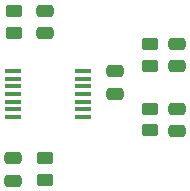
<source format=gtp>
%TF.GenerationSoftware,KiCad,Pcbnew,8.0.7*%
%TF.CreationDate,2025-01-10T21:46:07+02:00*%
%TF.ProjectId,W65C816 Latch,57363543-3831-4362-904c-617463682e6b,V1*%
%TF.SameCoordinates,Original*%
%TF.FileFunction,Paste,Top*%
%TF.FilePolarity,Positive*%
%FSLAX46Y46*%
G04 Gerber Fmt 4.6, Leading zero omitted, Abs format (unit mm)*
G04 Created by KiCad (PCBNEW 8.0.7) date 2025-01-10 21:46:07*
%MOMM*%
%LPD*%
G01*
G04 APERTURE LIST*
G04 Aperture macros list*
%AMRoundRect*
0 Rectangle with rounded corners*
0 $1 Rounding radius*
0 $2 $3 $4 $5 $6 $7 $8 $9 X,Y pos of 4 corners*
0 Add a 4 corners polygon primitive as box body*
4,1,4,$2,$3,$4,$5,$6,$7,$8,$9,$2,$3,0*
0 Add four circle primitives for the rounded corners*
1,1,$1+$1,$2,$3*
1,1,$1+$1,$4,$5*
1,1,$1+$1,$6,$7*
1,1,$1+$1,$8,$9*
0 Add four rect primitives between the rounded corners*
20,1,$1+$1,$2,$3,$4,$5,0*
20,1,$1+$1,$4,$5,$6,$7,0*
20,1,$1+$1,$6,$7,$8,$9,0*
20,1,$1+$1,$8,$9,$2,$3,0*%
G04 Aperture macros list end*
%ADD10RoundRect,0.250000X-0.450000X0.262500X-0.450000X-0.262500X0.450000X-0.262500X0.450000X0.262500X0*%
%ADD11RoundRect,0.250000X-0.475000X0.250000X-0.475000X-0.250000X0.475000X-0.250000X0.475000X0.250000X0*%
%ADD12R,1.475000X0.450000*%
%ADD13RoundRect,0.250000X0.450000X-0.262500X0.450000X0.262500X-0.450000X0.262500X-0.450000X-0.262500X0*%
%ADD14RoundRect,0.250000X0.475000X-0.250000X0.475000X0.250000X-0.475000X0.250000X-0.475000X-0.250000X0*%
G04 APERTURE END LIST*
D10*
%TO.C,R4*%
X15885000Y-10056500D03*
X15885000Y-8231500D03*
%TD*%
D11*
%TO.C,C2*%
X4318000Y-14301000D03*
X4318000Y-12401000D03*
%TD*%
%TO.C,C5*%
X18161000Y-10110000D03*
X18161000Y-8210000D03*
%TD*%
D10*
%TO.C,R2*%
X4328000Y-1801500D03*
X4328000Y23500D03*
%TD*%
D12*
%TO.C,IC1*%
X10177000Y-5035000D03*
X10177000Y-5685000D03*
X10177000Y-6335000D03*
X10177000Y-6985000D03*
X10177000Y-7635000D03*
X10177000Y-8285000D03*
X10177000Y-8935000D03*
X4301000Y-8935000D03*
X4301000Y-8285000D03*
X4301000Y-7635000D03*
X4301000Y-6985000D03*
X4301000Y-6335000D03*
X4301000Y-5685000D03*
X4301000Y-5035000D03*
%TD*%
D11*
%TO.C,C1*%
X12954000Y-6935000D03*
X12954000Y-5035000D03*
%TD*%
D13*
%TO.C,R3*%
X15865000Y-2770500D03*
X15865000Y-4595500D03*
%TD*%
D14*
%TO.C,C4*%
X18161000Y-2717000D03*
X18161000Y-4617000D03*
%TD*%
%TO.C,C3*%
X6985000Y77000D03*
X6985000Y-1823000D03*
%TD*%
D13*
%TO.C,R1*%
X6975000Y-12422500D03*
X6975000Y-14247500D03*
%TD*%
M02*

</source>
